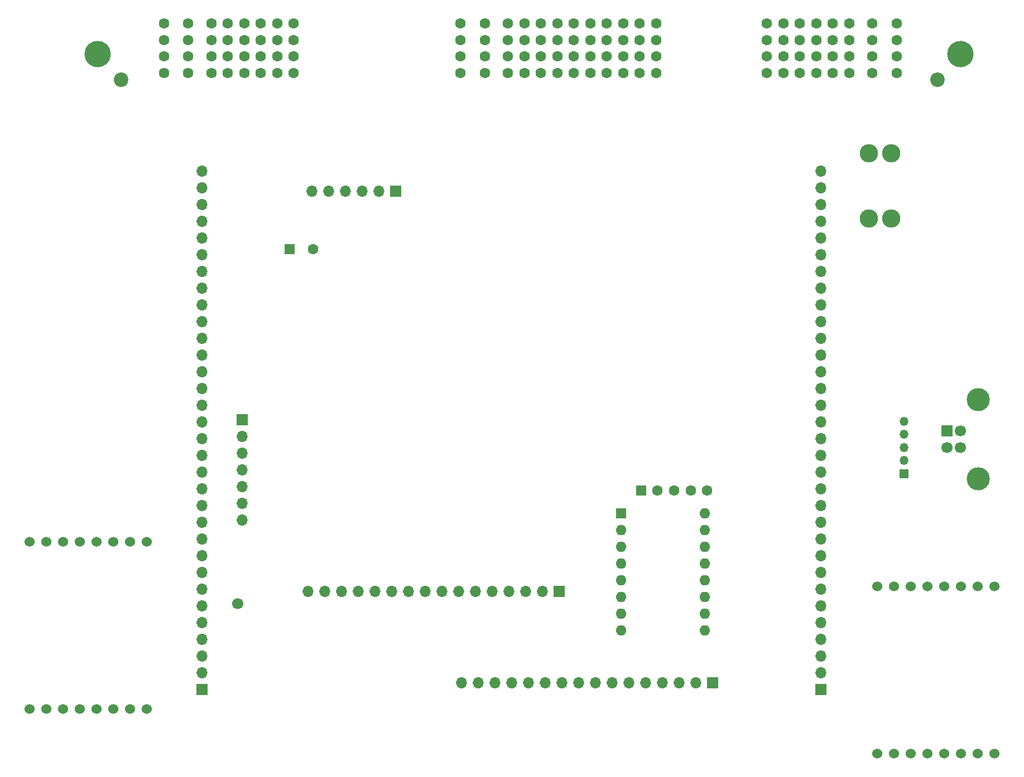
<source format=gbr>
%TF.GenerationSoftware,KiCad,Pcbnew,7.0.8*%
%TF.CreationDate,2024-05-13T00:37:04+01:00*%
%TF.ProjectId,Polygonus-Universal-Base,506f6c79-676f-46e7-9573-2d556e697665,rev?*%
%TF.SameCoordinates,Original*%
%TF.FileFunction,Soldermask,Bot*%
%TF.FilePolarity,Negative*%
%FSLAX46Y46*%
G04 Gerber Fmt 4.6, Leading zero omitted, Abs format (unit mm)*
G04 Created by KiCad (PCBNEW 7.0.8) date 2024-05-13 00:37:04*
%MOMM*%
%LPD*%
G01*
G04 APERTURE LIST*
%ADD10R,1.700000X1.700000*%
%ADD11O,1.700000X1.700000*%
%ADD12R,1.600000X1.600000*%
%ADD13C,1.600000*%
%ADD14C,1.700000*%
%ADD15C,1.524000*%
%ADD16O,1.600000X1.600000*%
%ADD17C,2.780000*%
%ADD18C,4.000000*%
%ADD19C,2.200000*%
%ADD20C,3.500000*%
%ADD21R,1.350000X1.350000*%
%ADD22O,1.350000X1.350000*%
G04 APERTURE END LIST*
D10*
%TO.C,J5*%
X93888235Y-91017793D03*
D11*
X93888235Y-93557793D03*
X93888235Y-96097793D03*
X93888235Y-98637793D03*
X93888235Y-101177793D03*
X93888235Y-103717793D03*
X93888235Y-106257793D03*
%TD*%
D12*
%TO.C,C2*%
X101112052Y-65110107D03*
D13*
X104612052Y-65110107D03*
%TD*%
D14*
%TO.C,P1*%
X93218000Y-118999000D03*
%TD*%
D15*
%TO.C,U1*%
X190269349Y-141724815D03*
X192809349Y-141724815D03*
X195349349Y-141724815D03*
X197889349Y-141724815D03*
X200429349Y-141724815D03*
X202969349Y-141724815D03*
X205509349Y-141724815D03*
X208049349Y-141724815D03*
X190269349Y-116324815D03*
X192809349Y-116324815D03*
X195349349Y-116324815D03*
X197889349Y-116324815D03*
X200429349Y-116324815D03*
X202969349Y-116324815D03*
X205509349Y-116324815D03*
X208049349Y-116324815D03*
%TD*%
D12*
%TO.C,A1*%
X151360000Y-105209750D03*
D16*
X151360000Y-107749750D03*
X151360000Y-110289750D03*
X151360000Y-112829750D03*
X151360000Y-115369750D03*
X151360000Y-117909750D03*
X151360000Y-120449750D03*
X151360000Y-122989750D03*
X164060000Y-122989750D03*
X164060000Y-120449750D03*
X164060000Y-117909750D03*
X164060000Y-115369750D03*
X164060000Y-112829750D03*
X164060000Y-110289750D03*
X164060000Y-107749750D03*
X164060000Y-105209750D03*
%TD*%
D17*
%TO.C,F1*%
X192364464Y-50542664D03*
X188964464Y-50542664D03*
X192364464Y-60462664D03*
X188964464Y-60462664D03*
%TD*%
D18*
%TO.C,J1*%
X72000000Y-35490000D03*
D19*
X75550000Y-39340000D03*
X199350000Y-39340000D03*
D18*
X202900000Y-35490000D03*
D13*
X101700000Y-38340000D03*
X101700000Y-35840000D03*
X101700000Y-33340000D03*
X101700000Y-30840000D03*
X99200000Y-38340000D03*
X99200000Y-35840000D03*
X99200000Y-33340000D03*
X99200000Y-30840000D03*
X96700000Y-38340000D03*
X96700000Y-35840000D03*
X96700000Y-33340000D03*
X96700000Y-30840000D03*
X94200000Y-38340000D03*
X94200000Y-35840000D03*
X94200000Y-33340000D03*
X94200000Y-30840000D03*
X91700000Y-38340000D03*
X91700000Y-35840000D03*
X91700000Y-33340000D03*
X91700000Y-30840000D03*
X89200000Y-38340000D03*
X89200000Y-35840000D03*
X89200000Y-33340000D03*
X89200000Y-30840000D03*
X85700000Y-38340000D03*
X85700000Y-35840000D03*
X85700000Y-33340000D03*
X85700000Y-30840000D03*
X82000000Y-38340000D03*
X82000000Y-35840000D03*
X82000000Y-33340000D03*
X82000000Y-30840000D03*
X156700000Y-38340000D03*
X156700000Y-35840000D03*
X156700000Y-33340000D03*
X156700000Y-30840000D03*
X154200000Y-38340000D03*
X154200000Y-35840000D03*
X154200000Y-33340000D03*
X154200000Y-30840000D03*
X151700000Y-38340000D03*
X151700000Y-35840000D03*
X151700000Y-33340000D03*
X151700000Y-30840000D03*
X149200000Y-38340000D03*
X149200000Y-35840000D03*
X149200000Y-33340000D03*
X149200000Y-30840000D03*
X146700000Y-38340000D03*
X146700000Y-35840000D03*
X146700000Y-33340000D03*
X146700000Y-30840000D03*
X144200000Y-38340000D03*
X144200000Y-35840000D03*
X144200000Y-33340000D03*
X144200000Y-30840000D03*
X141700000Y-38340000D03*
X141700000Y-35840000D03*
X141700000Y-33340000D03*
X141700000Y-30840000D03*
X139200000Y-38340000D03*
X139200000Y-35840000D03*
X139200000Y-33340000D03*
X139200000Y-30840000D03*
X136700000Y-38340000D03*
X136700000Y-35840000D03*
X136700000Y-33340000D03*
X136700000Y-30840000D03*
X134200000Y-38340000D03*
X134200000Y-35840000D03*
X134200000Y-33340000D03*
X134200000Y-30840000D03*
X130700000Y-38340000D03*
X130700000Y-35840000D03*
X130700000Y-33340000D03*
X130700000Y-30840000D03*
X127000000Y-38340000D03*
X127000000Y-35840000D03*
X127000000Y-33340000D03*
X127000000Y-30840000D03*
X173500000Y-38340000D03*
X173500000Y-35840000D03*
X173500000Y-33340000D03*
X173500000Y-30840000D03*
X176000000Y-38340000D03*
X176000000Y-35840000D03*
X176000000Y-33340000D03*
X176000000Y-30840000D03*
X178500000Y-38340000D03*
X178500000Y-35840000D03*
X178500000Y-33340000D03*
X178500000Y-30840000D03*
X181000000Y-38340000D03*
X181000000Y-35840000D03*
X181000000Y-33340000D03*
X181000000Y-30840000D03*
X183500000Y-38340000D03*
X183500000Y-35840000D03*
X183500000Y-33340000D03*
X183500000Y-30840000D03*
X186000000Y-38340000D03*
X186000000Y-35840000D03*
X186000000Y-33340000D03*
X186000000Y-30840000D03*
X189500000Y-38340000D03*
X189500000Y-35840000D03*
X189500000Y-33340000D03*
X189500000Y-30840000D03*
X193200000Y-38340000D03*
X193200000Y-35840000D03*
X193200000Y-33340000D03*
X193200000Y-30840000D03*
%TD*%
D10*
%TO.C,J4*%
X200849999Y-92720000D03*
D14*
X200849999Y-95220000D03*
X202849999Y-95220000D03*
X202849999Y-92720000D03*
D20*
X205559999Y-87950000D03*
X205559999Y-99990000D03*
%TD*%
D21*
%TO.C,J3*%
X194310000Y-99250000D03*
D22*
X194310000Y-97250000D03*
X194310000Y-95250000D03*
X194310000Y-93250000D03*
X194310000Y-91250000D03*
%TD*%
D15*
%TO.C,U2*%
X61611115Y-135011435D03*
X64151115Y-135011435D03*
X66691115Y-135011435D03*
X69231115Y-135011435D03*
X71771115Y-135011435D03*
X74311115Y-135011435D03*
X76851115Y-135011435D03*
X79391115Y-135011435D03*
X61611115Y-109611435D03*
X64151115Y-109611435D03*
X66691115Y-109611435D03*
X69231115Y-109611435D03*
X71771115Y-109611435D03*
X74311115Y-109611435D03*
X76851115Y-109611435D03*
X79391115Y-109611435D03*
%TD*%
D10*
%TO.C,J2*%
X181672763Y-132012059D03*
D11*
X181672763Y-129472059D03*
X181672763Y-126932059D03*
X181672763Y-124392059D03*
X181672763Y-121852059D03*
X181672763Y-119312059D03*
X181672763Y-116772059D03*
X181672763Y-114232059D03*
X181672763Y-111692059D03*
X181672763Y-109152059D03*
X181672763Y-106612059D03*
X181672763Y-104072059D03*
X181672763Y-101532059D03*
X181672763Y-98992059D03*
X181672763Y-96452059D03*
X181672763Y-93912059D03*
X181672763Y-91372059D03*
X181672763Y-88832059D03*
X181672763Y-86292059D03*
X181672763Y-83752059D03*
X181672763Y-81212059D03*
X181672763Y-78672059D03*
X181672763Y-76132059D03*
X181672763Y-73592059D03*
X181672763Y-71052059D03*
X181672763Y-68512059D03*
X181672763Y-65972059D03*
X181672763Y-63432059D03*
X181672763Y-60892059D03*
X181672763Y-58352059D03*
X181672763Y-55812059D03*
X181672763Y-53272059D03*
D10*
X87760080Y-132017154D03*
D11*
X87760080Y-129477154D03*
X87760080Y-126937154D03*
X87760080Y-124397154D03*
X87760080Y-121857154D03*
X87760080Y-119317154D03*
X87760080Y-116777154D03*
X87760080Y-114237154D03*
X87760080Y-111697154D03*
X87760080Y-109157154D03*
X87760080Y-106617154D03*
X87760080Y-104077154D03*
X87760080Y-101537154D03*
X87760080Y-98997154D03*
X87760080Y-96457154D03*
X87760080Y-93917154D03*
X87760080Y-91377154D03*
X87760080Y-88837154D03*
X87760080Y-86297154D03*
X87760080Y-83757154D03*
X87760080Y-81217154D03*
X87760080Y-78677154D03*
X87760080Y-76137154D03*
X87760080Y-73597154D03*
X87760080Y-71057154D03*
X87760080Y-68517154D03*
X87760080Y-65977154D03*
X87760080Y-63437154D03*
X87760080Y-60897154D03*
X87760080Y-58357154D03*
X87760080Y-55817154D03*
X87760080Y-53277154D03*
D10*
X165230080Y-131026287D03*
D11*
X162690080Y-131026287D03*
X160150080Y-131026287D03*
X157610080Y-131026287D03*
X155070080Y-131026287D03*
X152530080Y-131026287D03*
X149990080Y-131026287D03*
X147450080Y-131026287D03*
X144910080Y-131026287D03*
X142370080Y-131026287D03*
X139830080Y-131026287D03*
X137290080Y-131026287D03*
X134750080Y-131026287D03*
X132210080Y-131026287D03*
X129670080Y-131026287D03*
X127130080Y-131026287D03*
D10*
X141953794Y-117134404D03*
D11*
X139413794Y-117134404D03*
X136873794Y-117134404D03*
X134333794Y-117134404D03*
X131793794Y-117134404D03*
X129253794Y-117134404D03*
X126713794Y-117134404D03*
X124173794Y-117134404D03*
X121633794Y-117134404D03*
X119093794Y-117134404D03*
X116553794Y-117134404D03*
X114013794Y-117134404D03*
X111473794Y-117134404D03*
X108933794Y-117134404D03*
X106393794Y-117134404D03*
X103853794Y-117134404D03*
D13*
X164425871Y-101751522D03*
X161925871Y-101751522D03*
X159425871Y-101751522D03*
X156925871Y-101751522D03*
D12*
X154425871Y-101751522D03*
D10*
X117154579Y-56302538D03*
D11*
X114614579Y-56302538D03*
X112074579Y-56302538D03*
X109534579Y-56302538D03*
X106994579Y-56302538D03*
X104454579Y-56302538D03*
%TD*%
M02*

</source>
